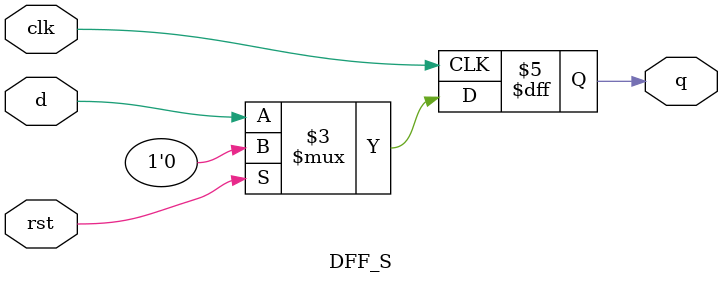
<source format=v>
`timescale 1ns / 1ps


module DFF_S(clk, rst, d, q);
    input wire clk;
    input wire rst;
    input wire d;
    output reg q;
    
    always @(posedge clk) begin
        if (rst)
            q <= 0;
        else
            q <= d;
    end
endmodule

</source>
